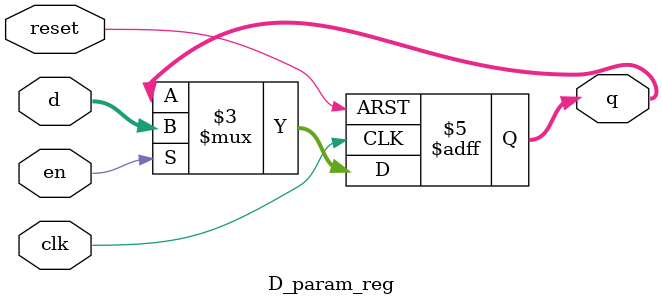
<source format=v>
`timescale 1ns / 1ps

module D_param_reg #(parameter WIDTH = 8) 
    (input clk, reset, en,
     input [WIDTH-1:0] d,
     output reg [WIDTH-1:0] q);
     
always @ (posedge clk, posedge reset)
    if (reset)   q <= 0;
    else if (en) q <= d;
    else         q <= q;            
endmodule

</source>
